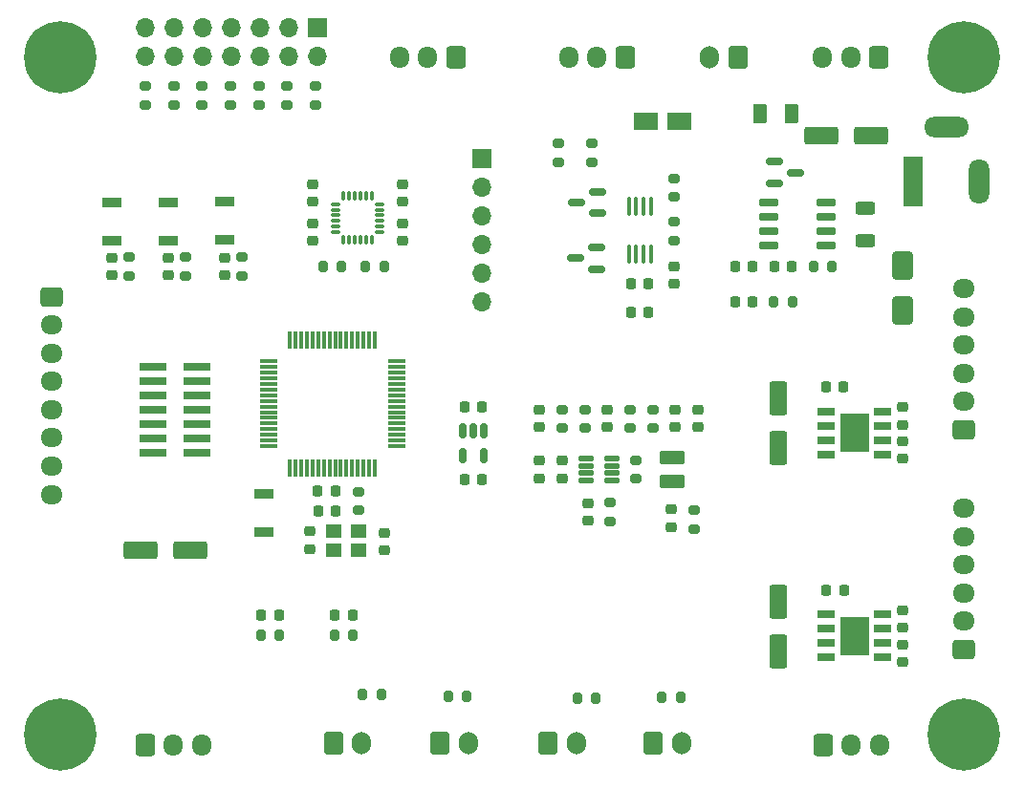
<source format=gbr>
%TF.GenerationSoftware,KiCad,Pcbnew,7.0.7*%
%TF.CreationDate,2023-10-25T17:12:01+02:00*%
%TF.ProjectId,kicad_chat-souris,6b696361-645f-4636-9861-742d736f7572,rev?*%
%TF.SameCoordinates,Original*%
%TF.FileFunction,Soldermask,Top*%
%TF.FilePolarity,Negative*%
%FSLAX46Y46*%
G04 Gerber Fmt 4.6, Leading zero omitted, Abs format (unit mm)*
G04 Created by KiCad (PCBNEW 7.0.7) date 2023-10-25 17:12:01*
%MOMM*%
%LPD*%
G01*
G04 APERTURE LIST*
G04 Aperture macros list*
%AMRoundRect*
0 Rectangle with rounded corners*
0 $1 Rounding radius*
0 $2 $3 $4 $5 $6 $7 $8 $9 X,Y pos of 4 corners*
0 Add a 4 corners polygon primitive as box body*
4,1,4,$2,$3,$4,$5,$6,$7,$8,$9,$2,$3,0*
0 Add four circle primitives for the rounded corners*
1,1,$1+$1,$2,$3*
1,1,$1+$1,$4,$5*
1,1,$1+$1,$6,$7*
1,1,$1+$1,$8,$9*
0 Add four rect primitives between the rounded corners*
20,1,$1+$1,$2,$3,$4,$5,0*
20,1,$1+$1,$4,$5,$6,$7,0*
20,1,$1+$1,$6,$7,$8,$9,0*
20,1,$1+$1,$8,$9,$2,$3,0*%
%AMFreePoly0*
4,1,6,1.000000,0.000000,0.500000,-0.750000,-0.500000,-0.750000,-0.500000,0.750000,0.500000,0.750000,1.000000,0.000000,1.000000,0.000000,$1*%
G04 Aperture macros list end*
%ADD10RoundRect,0.250000X-1.250000X-0.550000X1.250000X-0.550000X1.250000X0.550000X-1.250000X0.550000X0*%
%ADD11RoundRect,0.225000X-0.225000X-0.250000X0.225000X-0.250000X0.225000X0.250000X-0.225000X0.250000X0*%
%ADD12RoundRect,0.200000X-0.275000X0.200000X-0.275000X-0.200000X0.275000X-0.200000X0.275000X0.200000X0*%
%ADD13RoundRect,0.250000X-0.600000X-0.725000X0.600000X-0.725000X0.600000X0.725000X-0.600000X0.725000X0*%
%ADD14O,1.700000X1.950000*%
%ADD15RoundRect,0.200000X0.275000X-0.200000X0.275000X0.200000X-0.275000X0.200000X-0.275000X-0.200000X0*%
%ADD16RoundRect,0.200000X-0.200000X-0.275000X0.200000X-0.275000X0.200000X0.275000X-0.200000X0.275000X0*%
%ADD17RoundRect,0.250000X0.600000X0.725000X-0.600000X0.725000X-0.600000X-0.725000X0.600000X-0.725000X0*%
%ADD18C,0.800000*%
%ADD19C,6.400000*%
%ADD20R,1.700000X0.900000*%
%ADD21R,1.400000X1.200000*%
%ADD22RoundRect,0.200000X0.200000X0.275000X-0.200000X0.275000X-0.200000X-0.275000X0.200000X-0.275000X0*%
%ADD23RoundRect,0.225000X-0.250000X0.225000X-0.250000X-0.225000X0.250000X-0.225000X0.250000X0.225000X0*%
%ADD24R,1.700000X1.700000*%
%ADD25O,1.700000X1.700000*%
%ADD26RoundRect,0.250000X-0.600000X-0.750000X0.600000X-0.750000X0.600000X0.750000X-0.600000X0.750000X0*%
%ADD27O,1.700000X2.000000*%
%ADD28RoundRect,0.250000X0.725000X-0.600000X0.725000X0.600000X-0.725000X0.600000X-0.725000X-0.600000X0*%
%ADD29O,1.950000X1.700000*%
%ADD30RoundRect,0.250000X0.600000X0.750000X-0.600000X0.750000X-0.600000X-0.750000X0.600000X-0.750000X0*%
%ADD31RoundRect,0.218750X-0.218750X-0.256250X0.218750X-0.256250X0.218750X0.256250X-0.218750X0.256250X0*%
%ADD32RoundRect,0.225000X0.250000X-0.225000X0.250000X0.225000X-0.250000X0.225000X-0.250000X-0.225000X0*%
%ADD33R,1.505000X0.802000*%
%ADD34R,2.613000X3.502000*%
%ADD35RoundRect,0.150000X-0.725000X-0.150000X0.725000X-0.150000X0.725000X0.150000X-0.725000X0.150000X0*%
%ADD36R,1.800000X4.400000*%
%ADD37O,1.800000X4.000000*%
%ADD38O,4.000000X1.800000*%
%ADD39RoundRect,0.218750X0.218750X0.256250X-0.218750X0.256250X-0.218750X-0.256250X0.218750X-0.256250X0*%
%ADD40RoundRect,0.075000X0.350000X0.075000X-0.350000X0.075000X-0.350000X-0.075000X0.350000X-0.075000X0*%
%ADD41RoundRect,0.075000X-0.075000X0.350000X-0.075000X-0.350000X0.075000X-0.350000X0.075000X0.350000X0*%
%ADD42RoundRect,0.250000X0.375000X0.625000X-0.375000X0.625000X-0.375000X-0.625000X0.375000X-0.625000X0*%
%ADD43RoundRect,0.075000X0.075000X-0.700000X0.075000X0.700000X-0.075000X0.700000X-0.075000X-0.700000X0*%
%ADD44RoundRect,0.075000X0.700000X-0.075000X0.700000X0.075000X-0.700000X0.075000X-0.700000X-0.075000X0*%
%ADD45R,2.400000X0.740000*%
%ADD46R,1.500000X1.500000*%
%ADD47FreePoly0,0.000000*%
%ADD48FreePoly0,180.000000*%
%ADD49RoundRect,0.250000X-0.725000X0.600000X-0.725000X-0.600000X0.725000X-0.600000X0.725000X0.600000X0*%
%ADD50RoundRect,0.150000X0.587500X0.150000X-0.587500X0.150000X-0.587500X-0.150000X0.587500X-0.150000X0*%
%ADD51RoundRect,0.250000X0.625000X-0.312500X0.625000X0.312500X-0.625000X0.312500X-0.625000X-0.312500X0*%
%ADD52RoundRect,0.150000X-0.587500X-0.150000X0.587500X-0.150000X0.587500X0.150000X-0.587500X0.150000X0*%
%ADD53RoundRect,0.250000X0.550000X-1.250000X0.550000X1.250000X-0.550000X1.250000X-0.550000X-1.250000X0*%
%ADD54RoundRect,0.100000X0.100000X-0.712500X0.100000X0.712500X-0.100000X0.712500X-0.100000X-0.712500X0*%
%ADD55RoundRect,0.225000X0.225000X0.250000X-0.225000X0.250000X-0.225000X-0.250000X0.225000X-0.250000X0*%
%ADD56RoundRect,0.125000X-0.537500X-0.125000X0.537500X-0.125000X0.537500X0.125000X-0.537500X0.125000X0*%
%ADD57RoundRect,0.218750X0.256250X-0.218750X0.256250X0.218750X-0.256250X0.218750X-0.256250X-0.218750X0*%
%ADD58RoundRect,0.250000X0.850000X-0.375000X0.850000X0.375000X-0.850000X0.375000X-0.850000X-0.375000X0*%
%ADD59RoundRect,0.250000X0.650000X-1.000000X0.650000X1.000000X-0.650000X1.000000X-0.650000X-1.000000X0*%
%ADD60RoundRect,0.150000X-0.150000X0.512500X-0.150000X-0.512500X0.150000X-0.512500X0.150000X0.512500X0*%
G04 APERTURE END LIST*
D10*
%TO.C,C505*%
X112120000Y-98720000D03*
X116520000Y-98720000D03*
%TD*%
D11*
%TO.C,C2*%
X127795000Y-95220000D03*
X129345000Y-95220000D03*
%TD*%
%TO.C,C1*%
X127770000Y-93470000D03*
X129320000Y-93470000D03*
%TD*%
D12*
%TO.C,R804*%
X159295000Y-65757500D03*
X159295000Y-67407500D03*
%TD*%
D13*
%TO.C,J601*%
X112500000Y-116000000D03*
D14*
X115000000Y-116000000D03*
X117500000Y-116000000D03*
%TD*%
D15*
%TO.C,R302*%
X149432500Y-87870000D03*
X149432500Y-86220000D03*
%TD*%
D16*
%TO.C,R501*%
X131745000Y-111470000D03*
X133395000Y-111470000D03*
%TD*%
D15*
%TO.C,R803*%
X152070000Y-64295000D03*
X152070000Y-62645000D03*
%TD*%
D17*
%TO.C,J803*%
X155000000Y-55000000D03*
D14*
X152500000Y-55000000D03*
X150000000Y-55000000D03*
%TD*%
D18*
%TO.C,REF\u002A\u002A*%
X102600000Y-55000000D03*
X103302944Y-53302944D03*
X103302944Y-56697056D03*
X105000000Y-52600000D03*
D19*
X105000000Y-55000000D03*
D18*
X105000000Y-57400000D03*
X106697056Y-53302944D03*
X106697056Y-56697056D03*
X107400000Y-55000000D03*
%TD*%
D20*
%TO.C,SW201*%
X122970000Y-97120000D03*
X122970000Y-93720000D03*
%TD*%
D21*
%TO.C,Y201*%
X129170000Y-98670000D03*
X131370000Y-98670000D03*
X131370000Y-96970000D03*
X129170000Y-96970000D03*
%TD*%
D22*
%TO.C,R504*%
X159895000Y-111720000D03*
X158245000Y-111720000D03*
%TD*%
D11*
%TO.C,C802*%
X155495000Y-75082500D03*
X157045000Y-75082500D03*
%TD*%
D23*
%TO.C,C303*%
X149432500Y-90770000D03*
X149432500Y-92320000D03*
%TD*%
D24*
%TO.C,J2*%
X127710000Y-52420000D03*
D25*
X127710000Y-54960000D03*
X125170000Y-52420000D03*
X125170000Y-54960000D03*
X122630000Y-52420000D03*
X122630000Y-54960000D03*
X120090000Y-52420000D03*
X120090000Y-54960000D03*
X117550000Y-52420000D03*
X117550000Y-54960000D03*
X115010000Y-52420000D03*
X115010000Y-54960000D03*
X112470000Y-52420000D03*
X112470000Y-54960000D03*
%TD*%
D23*
%TO.C,C503*%
X127320000Y-66245000D03*
X127320000Y-67795000D03*
%TD*%
D22*
%TO.C,R503*%
X140995000Y-111620000D03*
X139345000Y-111620000D03*
%TD*%
D15*
%TO.C,R2*%
X125060000Y-57570000D03*
X125060000Y-59220000D03*
%TD*%
D26*
%TO.C,J505*%
X157500000Y-115800000D03*
D27*
X160000000Y-115800000D03*
%TD*%
D28*
%TO.C,J401*%
X185000000Y-88000000D03*
D29*
X185000000Y-85500000D03*
X185000000Y-83000000D03*
X185000000Y-80500000D03*
X185000000Y-78000000D03*
X185000000Y-75500000D03*
%TD*%
D30*
%TO.C,J802*%
X165000000Y-55000000D03*
D27*
X162500000Y-55000000D03*
%TD*%
D26*
%TO.C,J501*%
X129150000Y-115800000D03*
D27*
X131650000Y-115800000D03*
%TD*%
D23*
%TO.C,C202*%
X114570000Y-72795000D03*
X114570000Y-74345000D03*
%TD*%
D18*
%TO.C,REF\u002A\u002A*%
X182600000Y-115000000D03*
X183302944Y-113302944D03*
X183302944Y-116697056D03*
X185000000Y-112600000D03*
D19*
X185000000Y-115000000D03*
D18*
X185000000Y-117400000D03*
X186697056Y-113302944D03*
X186697056Y-116697056D03*
X187400000Y-115000000D03*
%TD*%
D17*
%TO.C,J602*%
X140000000Y-55000000D03*
D14*
X137500000Y-55000000D03*
X135000000Y-55000000D03*
%TD*%
D10*
%TO.C,C805*%
X172370000Y-61970000D03*
X176770000Y-61970000D03*
%TD*%
D18*
%TO.C,REF\u002A\u002A*%
X182600000Y-55000000D03*
X183302944Y-53302944D03*
X183302944Y-56697056D03*
X185000000Y-52600000D03*
D19*
X185000000Y-55000000D03*
D18*
X185000000Y-57400000D03*
X186697056Y-53302944D03*
X186697056Y-56697056D03*
X187400000Y-55000000D03*
%TD*%
D15*
%TO.C,R305*%
X157432500Y-87870000D03*
X157432500Y-86220000D03*
%TD*%
D31*
%TO.C,D201*%
X122782500Y-104470000D03*
X124357500Y-104470000D03*
%TD*%
D24*
%TO.C,U701*%
X142320000Y-64020000D03*
D25*
X142320000Y-66560000D03*
X142320000Y-69100000D03*
X142320000Y-71640000D03*
X142320000Y-74180000D03*
X142320000Y-76720000D03*
%TD*%
D11*
%TO.C,C404*%
X172822500Y-102220000D03*
X174372500Y-102220000D03*
%TD*%
D32*
%TO.C,C304*%
X151682500Y-96070000D03*
X151682500Y-94520000D03*
%TD*%
%TO.C,C504*%
X127320000Y-71295000D03*
X127320000Y-69745000D03*
%TD*%
D15*
%TO.C,R4*%
X120040000Y-57570000D03*
X120040000Y-59220000D03*
%TD*%
%TO.C,R304*%
X151432500Y-87870000D03*
X151432500Y-86220000D03*
%TD*%
D16*
%TO.C,R506*%
X128245000Y-73520000D03*
X129895000Y-73520000D03*
%TD*%
D33*
%TO.C,U401*%
X172822500Y-86410000D03*
X172822500Y-87680000D03*
X172822500Y-88950000D03*
X172822500Y-90220000D03*
X177817500Y-90220000D03*
X177817500Y-88950000D03*
X177817500Y-87680000D03*
X177817500Y-86410000D03*
D34*
X175320000Y-88315000D03*
%TD*%
D35*
%TO.C,U801*%
X167670000Y-67910000D03*
X167670000Y-69180000D03*
X167670000Y-70450000D03*
X167670000Y-71720000D03*
X172820000Y-71720000D03*
X172820000Y-70450000D03*
X172820000Y-69180000D03*
X172820000Y-67910000D03*
%TD*%
D36*
%TO.C,J801*%
X180500000Y-66000000D03*
D37*
X186300000Y-66000000D03*
D38*
X183500000Y-61200000D03*
%TD*%
D26*
%TO.C,J502*%
X148170000Y-115820000D03*
D27*
X150670000Y-115820000D03*
%TD*%
D39*
%TO.C,D202*%
X130857500Y-104470000D03*
X129282500Y-104470000D03*
%TD*%
D40*
%TO.C,U501*%
X133270000Y-70520000D03*
X133270000Y-70020000D03*
X133270000Y-69520000D03*
X133270000Y-69020000D03*
X133270000Y-68520000D03*
X133270000Y-68020000D03*
D41*
X132570000Y-67320000D03*
X132070000Y-67320000D03*
X131570000Y-67320000D03*
X131070000Y-67320000D03*
X130570000Y-67320000D03*
X130070000Y-67320000D03*
D40*
X129370000Y-68020000D03*
X129370000Y-68520000D03*
X129370000Y-69020000D03*
X129370000Y-69520000D03*
X129370000Y-70020000D03*
X129370000Y-70520000D03*
D41*
X130070000Y-71220000D03*
X130570000Y-71220000D03*
X131070000Y-71220000D03*
X131570000Y-71220000D03*
X132070000Y-71220000D03*
X132570000Y-71220000D03*
%TD*%
D18*
%TO.C,REF\u002A\u002A*%
X102600000Y-115000000D03*
X103302944Y-113302944D03*
X103302944Y-116697056D03*
X105000000Y-112600000D03*
D19*
X105000000Y-115000000D03*
D18*
X105000000Y-117400000D03*
X106697056Y-113302944D03*
X106697056Y-116697056D03*
X107400000Y-115000000D03*
%TD*%
D11*
%TO.C,C403*%
X172770000Y-84220000D03*
X174320000Y-84220000D03*
%TD*%
D42*
%TO.C,F801*%
X169720000Y-59970000D03*
X166920000Y-59970000D03*
%TD*%
D43*
%TO.C,IC201*%
X125320000Y-91395000D03*
X125820000Y-91395000D03*
X126320000Y-91395000D03*
X126820000Y-91395000D03*
X127320000Y-91395000D03*
X127820000Y-91395000D03*
X128320000Y-91395000D03*
X128820000Y-91395000D03*
X129320000Y-91395000D03*
X129820000Y-91395000D03*
X130320000Y-91395000D03*
X130820000Y-91395000D03*
X131320000Y-91395000D03*
X131820000Y-91395000D03*
X132320000Y-91395000D03*
X132820000Y-91395000D03*
D44*
X134745000Y-89470000D03*
X134745000Y-88970000D03*
X134745000Y-88470000D03*
X134745000Y-87970000D03*
X134745000Y-87470000D03*
X134745000Y-86970000D03*
X134745000Y-86470000D03*
X134745000Y-85970000D03*
X134745000Y-85470000D03*
X134745000Y-84970000D03*
X134745000Y-84470000D03*
X134745000Y-83970000D03*
X134745000Y-83470000D03*
X134745000Y-82970000D03*
X134745000Y-82470000D03*
X134745000Y-81970000D03*
D43*
X132820000Y-80045000D03*
X132320000Y-80045000D03*
X131820000Y-80045000D03*
X131320000Y-80045000D03*
X130820000Y-80045000D03*
X130320000Y-80045000D03*
X129820000Y-80045000D03*
X129320000Y-80045000D03*
X128820000Y-80045000D03*
X128320000Y-80045000D03*
X127820000Y-80045000D03*
X127320000Y-80045000D03*
X126820000Y-80045000D03*
X126320000Y-80045000D03*
X125820000Y-80045000D03*
X125320000Y-80045000D03*
D44*
X123395000Y-81970000D03*
X123395000Y-82470000D03*
X123395000Y-82970000D03*
X123395000Y-83470000D03*
X123395000Y-83970000D03*
X123395000Y-84470000D03*
X123395000Y-84970000D03*
X123395000Y-85470000D03*
X123395000Y-85970000D03*
X123395000Y-86470000D03*
X123395000Y-86970000D03*
X123395000Y-87470000D03*
X123395000Y-87970000D03*
X123395000Y-88470000D03*
X123395000Y-88970000D03*
X123395000Y-89470000D03*
%TD*%
D12*
%TO.C,R306*%
X155432500Y-86220000D03*
X155432500Y-87870000D03*
%TD*%
D32*
%TO.C,C307*%
X161432500Y-87795000D03*
X161432500Y-86245000D03*
%TD*%
D45*
%TO.C,J201*%
X113170000Y-82450000D03*
X117070000Y-82450000D03*
X113170000Y-83720000D03*
X117070000Y-83720000D03*
X113170000Y-84990000D03*
X117070000Y-84990000D03*
X113170000Y-86260000D03*
X117070000Y-86260000D03*
X113170000Y-87530000D03*
X117070000Y-87530000D03*
X113170000Y-88800000D03*
X117070000Y-88800000D03*
X113170000Y-90070000D03*
X117070000Y-90070000D03*
%TD*%
D46*
%TO.C,JP801*%
X157120000Y-60720000D03*
X159520000Y-60720000D03*
D47*
X156320000Y-60720000D03*
D48*
X160320000Y-60720000D03*
%TD*%
D49*
%TO.C,J503*%
X104250000Y-76250000D03*
D29*
X104250000Y-78750000D03*
X104250000Y-81250000D03*
X104250000Y-83750000D03*
X104250000Y-86250000D03*
X104250000Y-88750000D03*
X104250000Y-91250000D03*
X104250000Y-93750000D03*
%TD*%
D13*
%TO.C,J603*%
X172500000Y-116000000D03*
D14*
X175000000Y-116000000D03*
X177500000Y-116000000D03*
%TD*%
D23*
%TO.C,C201*%
X119570000Y-72795000D03*
X119570000Y-74345000D03*
%TD*%
D12*
%TO.C,R805*%
X159295000Y-69582500D03*
X159295000Y-71232500D03*
%TD*%
D20*
%TO.C,SW204*%
X109570000Y-67870000D03*
X109570000Y-71270000D03*
%TD*%
D26*
%TO.C,J504*%
X138600000Y-115800000D03*
D27*
X141100000Y-115800000D03*
%TD*%
D50*
%TO.C,Q802*%
X152482500Y-73782500D03*
X152482500Y-71882500D03*
X150607500Y-72832500D03*
%TD*%
D15*
%TO.C,R3*%
X122550000Y-57570000D03*
X122550000Y-59220000D03*
%TD*%
D23*
%TO.C,C205*%
X133670000Y-97145000D03*
X133670000Y-98695000D03*
%TD*%
D15*
%TO.C,R1*%
X127570000Y-57570000D03*
X127570000Y-59220000D03*
%TD*%
%TO.C,R802*%
X149070000Y-64295000D03*
X149070000Y-62645000D03*
%TD*%
D33*
%TO.C,U402*%
X172825000Y-104410000D03*
X172825000Y-105680000D03*
X172825000Y-106950000D03*
X172825000Y-108220000D03*
X177820000Y-108220000D03*
X177820000Y-106950000D03*
X177820000Y-105680000D03*
X177820000Y-104410000D03*
D34*
X175322500Y-106315000D03*
%TD*%
D51*
%TO.C,R_SENSE801*%
X176245000Y-71277500D03*
X176245000Y-68352500D03*
%TD*%
D52*
%TO.C,Q803*%
X168195000Y-64270000D03*
X168195000Y-66170000D03*
X170070000Y-65220000D03*
%TD*%
D12*
%TO.C,R303*%
X153682500Y-94470000D03*
X153682500Y-96120000D03*
%TD*%
D53*
%TO.C,C406*%
X168570000Y-89670000D03*
X168570000Y-85270000D03*
%TD*%
D15*
%TO.C,R203*%
X111070000Y-74395000D03*
X111070000Y-72745000D03*
%TD*%
D53*
%TO.C,C405*%
X168570000Y-107670000D03*
X168570000Y-103270000D03*
%TD*%
D32*
%TO.C,C204*%
X127070000Y-98595000D03*
X127070000Y-97045000D03*
%TD*%
D15*
%TO.C,R5*%
X117530000Y-57570000D03*
X117530000Y-59220000D03*
%TD*%
D23*
%TO.C,C804*%
X159295000Y-73557500D03*
X159295000Y-75107500D03*
%TD*%
%TO.C,C203*%
X109570000Y-72795000D03*
X109570000Y-74345000D03*
%TD*%
D54*
%TO.C,U802*%
X155320000Y-72445000D03*
X155970000Y-72445000D03*
X156620000Y-72445000D03*
X157270000Y-72445000D03*
X157270000Y-68220000D03*
X156620000Y-68220000D03*
X155970000Y-68220000D03*
X155320000Y-68220000D03*
%TD*%
D23*
%TO.C,C402*%
X179572500Y-107040000D03*
X179572500Y-108590000D03*
%TD*%
%TO.C,C305*%
X153432500Y-86270000D03*
X153432500Y-87820000D03*
%TD*%
D55*
%TO.C,C801*%
X166270000Y-73565000D03*
X164720000Y-73565000D03*
%TD*%
D12*
%TO.C,R206*%
X131370000Y-93495000D03*
X131370000Y-95145000D03*
%TD*%
D28*
%TO.C,J402*%
X185000000Y-107500000D03*
D29*
X185000000Y-105000000D03*
X185000000Y-102500000D03*
X185000000Y-100000000D03*
X185000000Y-97500000D03*
X185000000Y-95000000D03*
%TD*%
D32*
%TO.C,C408*%
X179572500Y-105590000D03*
X179572500Y-104040000D03*
%TD*%
%TO.C,C302*%
X147432500Y-87795000D03*
X147432500Y-86245000D03*
%TD*%
D56*
%TO.C,U301*%
X151545000Y-90570000D03*
X151545000Y-91220000D03*
X151545000Y-91870000D03*
X151545000Y-92520000D03*
X153820000Y-92520000D03*
X153820000Y-91870000D03*
X153820000Y-91220000D03*
X153820000Y-90570000D03*
%TD*%
D57*
%TO.C,D301*%
X159070000Y-96637500D03*
X159070000Y-95062500D03*
%TD*%
D55*
%TO.C,C309*%
X142345000Y-92470000D03*
X140795000Y-92470000D03*
%TD*%
D15*
%TO.C,R307*%
X161070000Y-96795000D03*
X161070000Y-95145000D03*
%TD*%
D23*
%TO.C,C301*%
X147432500Y-90770000D03*
X147432500Y-92320000D03*
%TD*%
D20*
%TO.C,SW202*%
X119570000Y-67820000D03*
X119570000Y-71220000D03*
%TD*%
D50*
%TO.C,Q801*%
X152545000Y-68832500D03*
X152545000Y-66932500D03*
X150670000Y-67882500D03*
%TD*%
D15*
%TO.C,R201*%
X121070000Y-74395000D03*
X121070000Y-72745000D03*
%TD*%
D32*
%TO.C,C306*%
X159432500Y-87795000D03*
X159432500Y-86245000D03*
%TD*%
D55*
%TO.C,C308*%
X142345000Y-85970000D03*
X140795000Y-85970000D03*
%TD*%
D58*
%TO.C,L301*%
X159182500Y-92620000D03*
X159182500Y-90470000D03*
%TD*%
D15*
%TO.C,R202*%
X116070000Y-74395000D03*
X116070000Y-72745000D03*
%TD*%
D11*
%TO.C,C803*%
X155495000Y-77592500D03*
X157045000Y-77592500D03*
%TD*%
D59*
%TO.C,D802*%
X179570000Y-77470000D03*
X179570000Y-73470000D03*
%TD*%
D23*
%TO.C,C502*%
X135320000Y-69745000D03*
X135320000Y-71295000D03*
%TD*%
%TO.C,C401*%
X179570000Y-89040000D03*
X179570000Y-90590000D03*
%TD*%
D20*
%TO.C,SW203*%
X114570000Y-67870000D03*
X114570000Y-71270000D03*
%TD*%
D22*
%TO.C,R505*%
X133645000Y-73520000D03*
X131995000Y-73520000D03*
%TD*%
D31*
%TO.C,D801*%
X168207500Y-73565000D03*
X169782500Y-73565000D03*
%TD*%
D16*
%TO.C,R205*%
X129245000Y-106220000D03*
X130895000Y-106220000D03*
%TD*%
D55*
%TO.C,C806*%
X166270000Y-76720000D03*
X164720000Y-76720000D03*
%TD*%
D17*
%TO.C,J301*%
X177470000Y-54990000D03*
D14*
X174970000Y-54990000D03*
X172470000Y-54990000D03*
%TD*%
D16*
%TO.C,R801*%
X168170000Y-76720000D03*
X169820000Y-76720000D03*
%TD*%
D60*
%TO.C,U302*%
X142520000Y-90357500D03*
X140620000Y-90357500D03*
X140620000Y-88082500D03*
X141570000Y-88082500D03*
X142520000Y-88082500D03*
%TD*%
D15*
%TO.C,R6*%
X115020000Y-57570000D03*
X115020000Y-59220000D03*
%TD*%
D16*
%TO.C,R204*%
X122745000Y-106220000D03*
X124395000Y-106220000D03*
%TD*%
D32*
%TO.C,C407*%
X179570000Y-87590000D03*
X179570000Y-86040000D03*
%TD*%
%TO.C,C501*%
X135320000Y-67795000D03*
X135320000Y-66245000D03*
%TD*%
D16*
%TO.C,R502*%
X150745000Y-111820000D03*
X152395000Y-111820000D03*
%TD*%
D22*
%TO.C,R806*%
X173320000Y-73565000D03*
X171670000Y-73565000D03*
%TD*%
D15*
%TO.C,R7*%
X112510000Y-57570000D03*
X112510000Y-59220000D03*
%TD*%
D12*
%TO.C,R301*%
X155932500Y-90720000D03*
X155932500Y-92370000D03*
%TD*%
M02*

</source>
